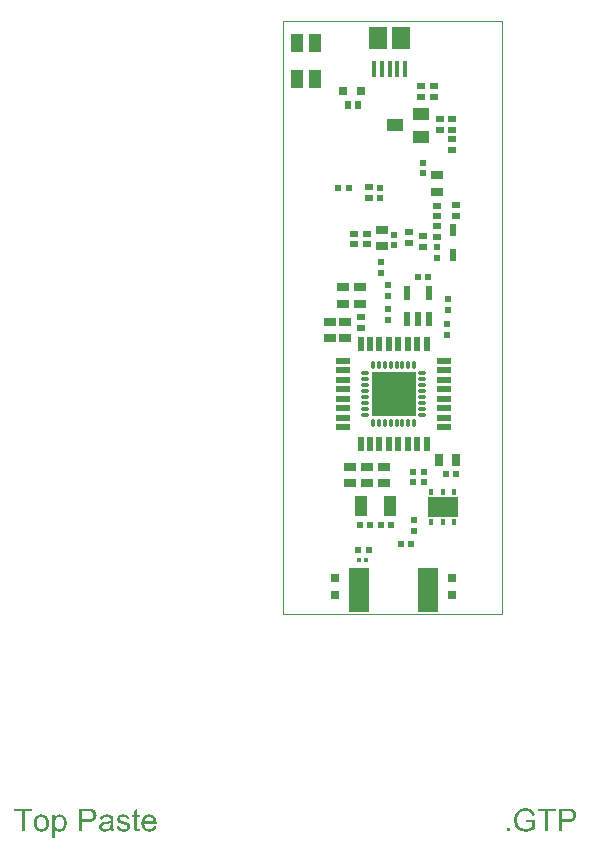
<source format=gtp>
G04*
G04 #@! TF.GenerationSoftware,Altium Limited,Altium Designer,18.1.9 (240)*
G04*
G04 Layer_Color=8421504*
%FSLAX43Y43*%
%MOMM*%
G71*
G01*
G75*
%ADD10R,1.000X0.640*%
%ADD11R,0.640X1.000*%
%ADD12C,0.100*%
%ADD13R,1.700X3.700*%
%ADD14R,0.600X1.300*%
%ADD15R,0.700X0.510*%
%ADD16R,1.400X1.000*%
%ADD17R,1.100X1.500*%
%ADD18R,0.800X0.800*%
%ADD19R,0.800X0.800*%
%ADD20O,0.300X0.750*%
%ADD21O,0.750X0.300*%
%ADD22R,3.700X3.700*%
%ADD23R,0.500X1.200*%
%ADD24R,1.200X0.500*%
%ADD25R,2.500X1.700*%
%ADD26R,0.450X0.500*%
%ADD27R,0.425X0.330*%
%ADD28R,0.540X1.060*%
%ADD29R,1.000X1.800*%
%ADD30R,1.500X1.900*%
%ADD31R,0.400X1.350*%
%ADD32R,0.560X0.510*%
%ADD33R,0.510X0.700*%
%ADD34R,0.510X0.560*%
G36*
X-18876Y-16932D02*
X-18857Y-16935D01*
X-18815Y-16940D01*
X-18765Y-16952D01*
X-18712Y-16968D01*
X-18660Y-16993D01*
X-18607Y-17024D01*
X-18604D01*
X-18601Y-17029D01*
X-18585Y-17040D01*
X-18560Y-17063D01*
X-18529Y-17090D01*
X-18496Y-17126D01*
X-18463Y-17171D01*
X-18429Y-17224D01*
X-18401Y-17282D01*
Y-17285D01*
X-18399Y-17290D01*
X-18396Y-17299D01*
X-18390Y-17310D01*
X-18385Y-17326D01*
X-18379Y-17346D01*
X-18365Y-17390D01*
X-18351Y-17446D01*
X-18340Y-17507D01*
X-18332Y-17576D01*
X-18329Y-17648D01*
Y-17651D01*
Y-17657D01*
Y-17668D01*
Y-17684D01*
X-18332Y-17704D01*
Y-17726D01*
X-18338Y-17776D01*
X-18349Y-17837D01*
X-18363Y-17901D01*
X-18382Y-17968D01*
X-18407Y-18034D01*
Y-18037D01*
X-18410Y-18043D01*
X-18415Y-18051D01*
X-18421Y-18062D01*
X-18440Y-18093D01*
X-18465Y-18131D01*
X-18496Y-18173D01*
X-18535Y-18215D01*
X-18579Y-18256D01*
X-18632Y-18295D01*
X-18635D01*
X-18637Y-18298D01*
X-18646Y-18304D01*
X-18657Y-18309D01*
X-18685Y-18323D01*
X-18723Y-18340D01*
X-18771Y-18356D01*
X-18821Y-18370D01*
X-18879Y-18381D01*
X-18937Y-18384D01*
X-18957D01*
X-18979Y-18381D01*
X-19007Y-18379D01*
X-19040Y-18373D01*
X-19076Y-18365D01*
X-19112Y-18354D01*
X-19148Y-18337D01*
X-19151Y-18334D01*
X-19165Y-18329D01*
X-19182Y-18317D01*
X-19204Y-18301D01*
X-19226Y-18284D01*
X-19254Y-18262D01*
X-19279Y-18237D01*
X-19301Y-18209D01*
Y-18887D01*
X-19537D01*
Y-16960D01*
X-19323D01*
Y-17143D01*
X-19320Y-17138D01*
X-19309Y-17126D01*
X-19295Y-17107D01*
X-19273Y-17085D01*
X-19248Y-17057D01*
X-19220Y-17032D01*
X-19187Y-17007D01*
X-19154Y-16985D01*
X-19148Y-16982D01*
X-19137Y-16977D01*
X-19115Y-16968D01*
X-19087Y-16957D01*
X-19054Y-16946D01*
X-19015Y-16938D01*
X-18971Y-16932D01*
X-18921Y-16929D01*
X-18890D01*
X-18876Y-16932D01*
D02*
G37*
G36*
X-13499D02*
X-13457Y-16935D01*
X-13413Y-16940D01*
X-13365Y-16952D01*
X-13315Y-16963D01*
X-13268Y-16979D01*
X-13265D01*
X-13263Y-16982D01*
X-13249Y-16988D01*
X-13227Y-16999D01*
X-13199Y-17013D01*
X-13168Y-17032D01*
X-13138Y-17054D01*
X-13110Y-17079D01*
X-13085Y-17107D01*
X-13082Y-17110D01*
X-13077Y-17121D01*
X-13066Y-17140D01*
X-13052Y-17163D01*
X-13038Y-17196D01*
X-13024Y-17232D01*
X-13013Y-17274D01*
X-13002Y-17321D01*
X-13232Y-17351D01*
Y-17346D01*
X-13235Y-17335D01*
X-13240Y-17315D01*
X-13249Y-17290D01*
X-13263Y-17265D01*
X-13279Y-17238D01*
X-13299Y-17210D01*
X-13327Y-17185D01*
X-13329Y-17182D01*
X-13340Y-17176D01*
X-13357Y-17165D01*
X-13382Y-17154D01*
X-13410Y-17143D01*
X-13446Y-17132D01*
X-13490Y-17126D01*
X-13538Y-17124D01*
X-13565D01*
X-13593Y-17126D01*
X-13629Y-17129D01*
X-13665Y-17138D01*
X-13704Y-17146D01*
X-13740Y-17160D01*
X-13771Y-17179D01*
X-13774Y-17182D01*
X-13782Y-17188D01*
X-13793Y-17199D01*
X-13804Y-17215D01*
X-13818Y-17232D01*
X-13829Y-17254D01*
X-13837Y-17279D01*
X-13840Y-17304D01*
Y-17307D01*
Y-17312D01*
X-13837Y-17321D01*
Y-17332D01*
X-13829Y-17360D01*
X-13812Y-17387D01*
X-13810Y-17390D01*
X-13807Y-17393D01*
X-13801Y-17401D01*
X-13790Y-17410D01*
X-13779Y-17418D01*
X-13762Y-17429D01*
X-13743Y-17437D01*
X-13721Y-17449D01*
X-13718D01*
X-13712Y-17451D01*
X-13701Y-17454D01*
X-13682Y-17462D01*
X-13654Y-17471D01*
X-13618Y-17479D01*
X-13596Y-17487D01*
X-13571Y-17493D01*
X-13543Y-17501D01*
X-13513Y-17510D01*
X-13510D01*
X-13501Y-17512D01*
X-13488Y-17515D01*
X-13471Y-17521D01*
X-13451Y-17526D01*
X-13426Y-17532D01*
X-13374Y-17548D01*
X-13315Y-17565D01*
X-13257Y-17585D01*
X-13204Y-17604D01*
X-13182Y-17612D01*
X-13163Y-17621D01*
X-13157Y-17623D01*
X-13146Y-17629D01*
X-13129Y-17637D01*
X-13104Y-17651D01*
X-13079Y-17668D01*
X-13054Y-17690D01*
X-13029Y-17715D01*
X-13007Y-17743D01*
X-13004Y-17746D01*
X-12999Y-17757D01*
X-12988Y-17773D01*
X-12977Y-17798D01*
X-12968Y-17829D01*
X-12957Y-17862D01*
X-12952Y-17901D01*
X-12949Y-17945D01*
Y-17951D01*
Y-17965D01*
X-12952Y-17987D01*
X-12957Y-18018D01*
X-12966Y-18051D01*
X-12979Y-18087D01*
X-12996Y-18129D01*
X-13018Y-18168D01*
X-13021Y-18173D01*
X-13032Y-18184D01*
X-13046Y-18204D01*
X-13068Y-18226D01*
X-13099Y-18251D01*
X-13132Y-18279D01*
X-13171Y-18304D01*
X-13218Y-18329D01*
X-13221D01*
X-13224Y-18331D01*
X-13240Y-18337D01*
X-13268Y-18345D01*
X-13304Y-18356D01*
X-13349Y-18367D01*
X-13399Y-18376D01*
X-13451Y-18381D01*
X-13513Y-18384D01*
X-13538D01*
X-13557Y-18381D01*
X-13579D01*
X-13607Y-18379D01*
X-13635Y-18376D01*
X-13665Y-18370D01*
X-13732Y-18356D01*
X-13801Y-18337D01*
X-13868Y-18309D01*
X-13898Y-18292D01*
X-13926Y-18273D01*
X-13929Y-18270D01*
X-13932Y-18268D01*
X-13948Y-18251D01*
X-13973Y-18226D01*
X-14001Y-18187D01*
X-14032Y-18140D01*
X-14062Y-18084D01*
X-14087Y-18015D01*
X-14107Y-17937D01*
X-13873Y-17901D01*
Y-17904D01*
Y-17907D01*
X-13868Y-17923D01*
X-13862Y-17951D01*
X-13851Y-17982D01*
X-13837Y-18015D01*
X-13821Y-18051D01*
X-13796Y-18087D01*
X-13765Y-18118D01*
X-13760Y-18120D01*
X-13749Y-18129D01*
X-13726Y-18140D01*
X-13699Y-18154D01*
X-13662Y-18168D01*
X-13621Y-18179D01*
X-13571Y-18187D01*
X-13513Y-18190D01*
X-13485D01*
X-13457Y-18187D01*
X-13421Y-18181D01*
X-13382Y-18173D01*
X-13340Y-18162D01*
X-13304Y-18148D01*
X-13271Y-18126D01*
X-13268Y-18123D01*
X-13257Y-18115D01*
X-13246Y-18101D01*
X-13229Y-18081D01*
X-13215Y-18059D01*
X-13202Y-18032D01*
X-13193Y-18004D01*
X-13190Y-17970D01*
Y-17968D01*
Y-17957D01*
X-13193Y-17943D01*
X-13199Y-17923D01*
X-13207Y-17904D01*
X-13221Y-17884D01*
X-13238Y-17862D01*
X-13263Y-17846D01*
X-13265Y-17843D01*
X-13274Y-17840D01*
X-13288Y-17832D01*
X-13310Y-17823D01*
X-13343Y-17812D01*
X-13363Y-17804D01*
X-13385Y-17798D01*
X-13410Y-17790D01*
X-13438Y-17782D01*
X-13468Y-17773D01*
X-13504Y-17765D01*
X-13507D01*
X-13515Y-17762D01*
X-13529Y-17759D01*
X-13546Y-17754D01*
X-13568Y-17748D01*
X-13593Y-17740D01*
X-13646Y-17726D01*
X-13707Y-17707D01*
X-13765Y-17690D01*
X-13821Y-17671D01*
X-13846Y-17660D01*
X-13865Y-17651D01*
X-13871Y-17648D01*
X-13882Y-17643D01*
X-13898Y-17632D01*
X-13921Y-17618D01*
X-13946Y-17598D01*
X-13971Y-17576D01*
X-13996Y-17551D01*
X-14018Y-17521D01*
X-14021Y-17518D01*
X-14026Y-17507D01*
X-14034Y-17487D01*
X-14043Y-17465D01*
X-14051Y-17437D01*
X-14059Y-17404D01*
X-14065Y-17371D01*
X-14068Y-17332D01*
Y-17326D01*
Y-17315D01*
X-14065Y-17299D01*
X-14062Y-17274D01*
X-14057Y-17249D01*
X-14051Y-17218D01*
X-14040Y-17190D01*
X-14026Y-17160D01*
X-14023Y-17157D01*
X-14018Y-17146D01*
X-14009Y-17132D01*
X-13996Y-17113D01*
X-13979Y-17093D01*
X-13960Y-17068D01*
X-13937Y-17046D01*
X-13910Y-17027D01*
X-13907Y-17024D01*
X-13898Y-17021D01*
X-13887Y-17013D01*
X-13871Y-17004D01*
X-13848Y-16993D01*
X-13823Y-16982D01*
X-13793Y-16971D01*
X-13760Y-16960D01*
X-13754Y-16957D01*
X-13743Y-16954D01*
X-13724Y-16949D01*
X-13699Y-16943D01*
X-13668Y-16938D01*
X-13635Y-16935D01*
X-13596Y-16929D01*
X-13529D01*
X-13499Y-16932D01*
D02*
G37*
G36*
X-14856D02*
X-14815Y-16935D01*
X-14767Y-16940D01*
X-14720Y-16949D01*
X-14673Y-16960D01*
X-14629Y-16974D01*
X-14623Y-16977D01*
X-14609Y-16982D01*
X-14590Y-16990D01*
X-14565Y-17002D01*
X-14537Y-17018D01*
X-14509Y-17035D01*
X-14484Y-17057D01*
X-14462Y-17079D01*
X-14459Y-17082D01*
X-14454Y-17090D01*
X-14445Y-17104D01*
X-14434Y-17121D01*
X-14420Y-17146D01*
X-14409Y-17171D01*
X-14398Y-17201D01*
X-14390Y-17238D01*
Y-17240D01*
X-14387Y-17249D01*
X-14384Y-17265D01*
X-14381Y-17288D01*
Y-17318D01*
X-14379Y-17354D01*
X-14376Y-17401D01*
Y-17454D01*
Y-17771D01*
Y-17773D01*
Y-17784D01*
Y-17801D01*
Y-17823D01*
Y-17848D01*
Y-17879D01*
X-14373Y-17945D01*
Y-18015D01*
X-14370Y-18084D01*
X-14368Y-18115D01*
Y-18143D01*
X-14365Y-18168D01*
X-14362Y-18187D01*
Y-18190D01*
X-14359Y-18201D01*
X-14356Y-18218D01*
X-14348Y-18240D01*
X-14343Y-18265D01*
X-14332Y-18292D01*
X-14318Y-18323D01*
X-14304Y-18354D01*
X-14551D01*
X-14554Y-18351D01*
X-14556Y-18340D01*
X-14562Y-18326D01*
X-14570Y-18304D01*
X-14579Y-18279D01*
X-14584Y-18248D01*
X-14590Y-18215D01*
X-14595Y-18179D01*
X-14598D01*
X-14601Y-18184D01*
X-14617Y-18198D01*
X-14642Y-18218D01*
X-14676Y-18243D01*
X-14717Y-18268D01*
X-14759Y-18295D01*
X-14803Y-18320D01*
X-14851Y-18340D01*
X-14856Y-18342D01*
X-14873Y-18345D01*
X-14898Y-18354D01*
X-14928Y-18362D01*
X-14967Y-18370D01*
X-15012Y-18376D01*
X-15062Y-18381D01*
X-15112Y-18384D01*
X-15134D01*
X-15151Y-18381D01*
X-15170D01*
X-15192Y-18379D01*
X-15242Y-18370D01*
X-15298Y-18356D01*
X-15359Y-18337D01*
X-15414Y-18309D01*
X-15464Y-18273D01*
X-15470Y-18268D01*
X-15484Y-18254D01*
X-15503Y-18229D01*
X-15525Y-18195D01*
X-15547Y-18154D01*
X-15567Y-18106D01*
X-15581Y-18048D01*
X-15584Y-18020D01*
X-15586Y-17987D01*
Y-17982D01*
Y-17970D01*
X-15584Y-17951D01*
X-15581Y-17926D01*
X-15575Y-17895D01*
X-15567Y-17865D01*
X-15556Y-17832D01*
X-15542Y-17801D01*
X-15539Y-17798D01*
X-15534Y-17787D01*
X-15523Y-17771D01*
X-15509Y-17751D01*
X-15492Y-17729D01*
X-15470Y-17707D01*
X-15448Y-17684D01*
X-15420Y-17665D01*
X-15417Y-17662D01*
X-15406Y-17657D01*
X-15392Y-17646D01*
X-15370Y-17635D01*
X-15345Y-17623D01*
X-15314Y-17610D01*
X-15284Y-17598D01*
X-15248Y-17587D01*
X-15245D01*
X-15234Y-17585D01*
X-15217Y-17579D01*
X-15195Y-17576D01*
X-15167Y-17571D01*
X-15131Y-17565D01*
X-15089Y-17557D01*
X-15039Y-17551D01*
X-15037D01*
X-15026Y-17548D01*
X-15012D01*
X-14992Y-17546D01*
X-14970Y-17543D01*
X-14942Y-17537D01*
X-14912Y-17535D01*
X-14878Y-17529D01*
X-14812Y-17515D01*
X-14740Y-17501D01*
X-14676Y-17485D01*
X-14645Y-17476D01*
X-14617Y-17468D01*
Y-17465D01*
Y-17460D01*
X-14615Y-17443D01*
Y-17424D01*
Y-17412D01*
Y-17407D01*
Y-17404D01*
Y-17401D01*
Y-17385D01*
X-14617Y-17357D01*
X-14623Y-17326D01*
X-14631Y-17293D01*
X-14645Y-17260D01*
X-14662Y-17229D01*
X-14684Y-17204D01*
X-14687Y-17201D01*
X-14701Y-17190D01*
X-14723Y-17179D01*
X-14751Y-17163D01*
X-14790Y-17149D01*
X-14834Y-17135D01*
X-14890Y-17126D01*
X-14953Y-17124D01*
X-14981D01*
X-15009Y-17126D01*
X-15048Y-17132D01*
X-15087Y-17138D01*
X-15128Y-17149D01*
X-15167Y-17163D01*
X-15200Y-17182D01*
X-15203Y-17185D01*
X-15214Y-17193D01*
X-15228Y-17207D01*
X-15245Y-17229D01*
X-15262Y-17257D01*
X-15281Y-17293D01*
X-15298Y-17337D01*
X-15314Y-17387D01*
X-15545Y-17357D01*
Y-17354D01*
X-15542Y-17351D01*
Y-17343D01*
X-15539Y-17332D01*
X-15531Y-17307D01*
X-15520Y-17271D01*
X-15506Y-17235D01*
X-15489Y-17196D01*
X-15467Y-17157D01*
X-15442Y-17121D01*
X-15439Y-17118D01*
X-15428Y-17107D01*
X-15411Y-17090D01*
X-15389Y-17068D01*
X-15359Y-17046D01*
X-15323Y-17024D01*
X-15281Y-16999D01*
X-15234Y-16979D01*
X-15231D01*
X-15228Y-16977D01*
X-15220Y-16974D01*
X-15209Y-16971D01*
X-15181Y-16963D01*
X-15142Y-16954D01*
X-15098Y-16946D01*
X-15042Y-16938D01*
X-14984Y-16932D01*
X-14917Y-16929D01*
X-14887D01*
X-14856Y-16932D01*
D02*
G37*
G36*
X-16436Y-16435D02*
X-16389Y-16438D01*
X-16339Y-16441D01*
X-16292Y-16446D01*
X-16250Y-16452D01*
X-16244D01*
X-16225Y-16457D01*
X-16200Y-16463D01*
X-16167Y-16471D01*
X-16131Y-16485D01*
X-16092Y-16502D01*
X-16050Y-16521D01*
X-16014Y-16543D01*
X-16008Y-16546D01*
X-15997Y-16555D01*
X-15981Y-16571D01*
X-15958Y-16591D01*
X-15933Y-16616D01*
X-15908Y-16649D01*
X-15881Y-16685D01*
X-15858Y-16727D01*
X-15856Y-16732D01*
X-15850Y-16746D01*
X-15839Y-16771D01*
X-15828Y-16804D01*
X-15820Y-16843D01*
X-15808Y-16888D01*
X-15803Y-16938D01*
X-15800Y-16990D01*
Y-16993D01*
Y-17002D01*
Y-17013D01*
X-15803Y-17032D01*
X-15806Y-17052D01*
X-15808Y-17077D01*
X-15814Y-17104D01*
X-15820Y-17135D01*
X-15839Y-17199D01*
X-15850Y-17232D01*
X-15867Y-17268D01*
X-15886Y-17304D01*
X-15906Y-17337D01*
X-15931Y-17371D01*
X-15958Y-17404D01*
X-15961Y-17407D01*
X-15967Y-17412D01*
X-15975Y-17421D01*
X-15989Y-17429D01*
X-16006Y-17443D01*
X-16028Y-17457D01*
X-16056Y-17474D01*
X-16086Y-17487D01*
X-16122Y-17504D01*
X-16164Y-17521D01*
X-16208Y-17535D01*
X-16261Y-17546D01*
X-16317Y-17557D01*
X-16378Y-17565D01*
X-16447Y-17571D01*
X-16519Y-17573D01*
X-17011D01*
Y-18354D01*
X-17266D01*
Y-16432D01*
X-16478D01*
X-16436Y-16435D01*
D02*
G37*
G36*
X-21264Y-16660D02*
X-21897D01*
Y-18354D01*
X-22152D01*
Y-16660D01*
X-22785D01*
Y-16432D01*
X-21264D01*
Y-16660D01*
D02*
G37*
G36*
X-12394Y-16960D02*
X-12155D01*
Y-17143D01*
X-12394D01*
Y-17962D01*
Y-17968D01*
Y-17979D01*
Y-17995D01*
X-12391Y-18015D01*
X-12388Y-18059D01*
X-12385Y-18079D01*
X-12383Y-18093D01*
X-12380Y-18098D01*
X-12372Y-18109D01*
X-12360Y-18123D01*
X-12341Y-18137D01*
X-12335Y-18140D01*
X-12322Y-18145D01*
X-12297Y-18151D01*
X-12260Y-18154D01*
X-12233D01*
X-12219Y-18151D01*
X-12199D01*
X-12177Y-18148D01*
X-12155Y-18145D01*
X-12124Y-18354D01*
X-12130D01*
X-12141Y-18356D01*
X-12161Y-18359D01*
X-12186Y-18362D01*
X-12213Y-18367D01*
X-12244Y-18370D01*
X-12305Y-18373D01*
X-12327D01*
X-12349Y-18370D01*
X-12377Y-18367D01*
X-12410Y-18365D01*
X-12444Y-18356D01*
X-12474Y-18348D01*
X-12505Y-18334D01*
X-12508Y-18331D01*
X-12516Y-18326D01*
X-12527Y-18317D01*
X-12544Y-18304D01*
X-12558Y-18290D01*
X-12574Y-18270D01*
X-12591Y-18251D01*
X-12602Y-18226D01*
Y-18223D01*
X-12607Y-18212D01*
X-12610Y-18193D01*
X-12616Y-18165D01*
X-12621Y-18129D01*
X-12624Y-18106D01*
Y-18081D01*
X-12627Y-18051D01*
X-12630Y-18020D01*
Y-17987D01*
Y-17948D01*
Y-17143D01*
X-12805D01*
Y-16960D01*
X-12630D01*
Y-16616D01*
X-12394Y-16474D01*
Y-16960D01*
D02*
G37*
G36*
X-11305Y-16932D02*
X-11283Y-16935D01*
X-11255Y-16940D01*
X-11225Y-16946D01*
X-11189Y-16954D01*
X-11156Y-16963D01*
X-11117Y-16977D01*
X-11081Y-16990D01*
X-11042Y-17010D01*
X-11003Y-17032D01*
X-10964Y-17057D01*
X-10928Y-17088D01*
X-10895Y-17121D01*
X-10892Y-17124D01*
X-10886Y-17129D01*
X-10878Y-17140D01*
X-10867Y-17157D01*
X-10853Y-17176D01*
X-10839Y-17199D01*
X-10822Y-17226D01*
X-10806Y-17260D01*
X-10789Y-17296D01*
X-10772Y-17335D01*
X-10759Y-17379D01*
X-10745Y-17426D01*
X-10734Y-17479D01*
X-10725Y-17535D01*
X-10720Y-17593D01*
X-10717Y-17657D01*
Y-17660D01*
Y-17671D01*
Y-17690D01*
X-10720Y-17718D01*
X-11761D01*
Y-17721D01*
Y-17729D01*
X-11758Y-17740D01*
Y-17757D01*
X-11755Y-17776D01*
X-11750Y-17798D01*
X-11741Y-17848D01*
X-11725Y-17904D01*
X-11702Y-17965D01*
X-11672Y-18020D01*
X-11633Y-18070D01*
X-11630D01*
X-11627Y-18076D01*
X-11611Y-18090D01*
X-11586Y-18109D01*
X-11553Y-18129D01*
X-11508Y-18151D01*
X-11458Y-18170D01*
X-11403Y-18184D01*
X-11372Y-18187D01*
X-11339Y-18190D01*
X-11317D01*
X-11292Y-18187D01*
X-11261Y-18181D01*
X-11228Y-18173D01*
X-11189Y-18162D01*
X-11153Y-18145D01*
X-11117Y-18123D01*
X-11114Y-18120D01*
X-11100Y-18109D01*
X-11083Y-18093D01*
X-11064Y-18070D01*
X-11042Y-18040D01*
X-11017Y-18001D01*
X-10992Y-17957D01*
X-10970Y-17904D01*
X-10725Y-17934D01*
Y-17937D01*
X-10728Y-17943D01*
X-10731Y-17954D01*
X-10736Y-17970D01*
X-10745Y-17987D01*
X-10753Y-18009D01*
X-10775Y-18057D01*
X-10803Y-18109D01*
X-10842Y-18165D01*
X-10886Y-18218D01*
X-10942Y-18268D01*
X-10945D01*
X-10950Y-18273D01*
X-10958Y-18279D01*
X-10970Y-18287D01*
X-10986Y-18295D01*
X-11003Y-18304D01*
X-11025Y-18315D01*
X-11050Y-18326D01*
X-11078Y-18337D01*
X-11106Y-18348D01*
X-11175Y-18365D01*
X-11253Y-18379D01*
X-11339Y-18384D01*
X-11369D01*
X-11389Y-18381D01*
X-11414Y-18379D01*
X-11444Y-18373D01*
X-11478Y-18367D01*
X-11514Y-18362D01*
X-11591Y-18340D01*
X-11633Y-18323D01*
X-11672Y-18306D01*
X-11714Y-18284D01*
X-11752Y-18259D01*
X-11788Y-18231D01*
X-11825Y-18198D01*
X-11827Y-18195D01*
X-11833Y-18190D01*
X-11841Y-18179D01*
X-11852Y-18162D01*
X-11866Y-18143D01*
X-11880Y-18120D01*
X-11897Y-18093D01*
X-11913Y-18062D01*
X-11930Y-18026D01*
X-11947Y-17987D01*
X-11961Y-17943D01*
X-11974Y-17895D01*
X-11986Y-17846D01*
X-11994Y-17790D01*
X-11999Y-17732D01*
X-12002Y-17671D01*
Y-17668D01*
Y-17654D01*
Y-17637D01*
X-11999Y-17612D01*
X-11997Y-17582D01*
X-11994Y-17548D01*
X-11988Y-17510D01*
X-11980Y-17471D01*
X-11958Y-17382D01*
X-11944Y-17337D01*
X-11927Y-17290D01*
X-11905Y-17246D01*
X-11880Y-17204D01*
X-11852Y-17163D01*
X-11822Y-17124D01*
X-11819Y-17121D01*
X-11813Y-17115D01*
X-11802Y-17107D01*
X-11788Y-17093D01*
X-11772Y-17079D01*
X-11750Y-17063D01*
X-11725Y-17043D01*
X-11694Y-17027D01*
X-11664Y-17007D01*
X-11627Y-16990D01*
X-11589Y-16974D01*
X-11547Y-16960D01*
X-11503Y-16946D01*
X-11455Y-16938D01*
X-11405Y-16932D01*
X-11353Y-16929D01*
X-11325D01*
X-11305Y-16932D01*
D02*
G37*
G36*
X-20420D02*
X-20395Y-16935D01*
X-20367Y-16940D01*
X-20336Y-16946D01*
X-20300Y-16952D01*
X-20225Y-16977D01*
X-20187Y-16990D01*
X-20148Y-17010D01*
X-20109Y-17029D01*
X-20070Y-17057D01*
X-20034Y-17085D01*
X-19998Y-17118D01*
X-19995Y-17121D01*
X-19989Y-17126D01*
X-19981Y-17138D01*
X-19970Y-17151D01*
X-19956Y-17171D01*
X-19939Y-17196D01*
X-19923Y-17224D01*
X-19906Y-17254D01*
X-19890Y-17288D01*
X-19873Y-17329D01*
X-19856Y-17371D01*
X-19842Y-17418D01*
X-19831Y-17468D01*
X-19823Y-17521D01*
X-19817Y-17576D01*
X-19815Y-17637D01*
Y-17640D01*
Y-17648D01*
Y-17662D01*
Y-17682D01*
X-19817Y-17704D01*
X-19820Y-17732D01*
Y-17759D01*
X-19826Y-17790D01*
X-19834Y-17859D01*
X-19851Y-17929D01*
X-19870Y-17998D01*
X-19898Y-18062D01*
Y-18065D01*
X-19901Y-18068D01*
X-19906Y-18076D01*
X-19912Y-18087D01*
X-19931Y-18115D01*
X-19956Y-18148D01*
X-19989Y-18187D01*
X-20031Y-18226D01*
X-20078Y-18265D01*
X-20134Y-18301D01*
X-20137D01*
X-20139Y-18304D01*
X-20148Y-18309D01*
X-20162Y-18315D01*
X-20175Y-18320D01*
X-20192Y-18326D01*
X-20234Y-18342D01*
X-20281Y-18356D01*
X-20339Y-18370D01*
X-20400Y-18381D01*
X-20467Y-18384D01*
X-20495D01*
X-20517Y-18381D01*
X-20542Y-18379D01*
X-20570Y-18373D01*
X-20603Y-18367D01*
X-20636Y-18362D01*
X-20711Y-18340D01*
X-20753Y-18323D01*
X-20792Y-18306D01*
X-20831Y-18284D01*
X-20870Y-18259D01*
X-20906Y-18231D01*
X-20942Y-18198D01*
X-20944Y-18195D01*
X-20950Y-18190D01*
X-20958Y-18179D01*
X-20969Y-18162D01*
X-20983Y-18143D01*
X-20997Y-18120D01*
X-21014Y-18093D01*
X-21031Y-18059D01*
X-21047Y-18023D01*
X-21064Y-17982D01*
X-21078Y-17937D01*
X-21092Y-17890D01*
X-21103Y-17837D01*
X-21111Y-17782D01*
X-21117Y-17721D01*
X-21119Y-17657D01*
Y-17651D01*
Y-17640D01*
X-21117Y-17621D01*
Y-17593D01*
X-21114Y-17562D01*
X-21108Y-17523D01*
X-21103Y-17485D01*
X-21092Y-17440D01*
X-21081Y-17396D01*
X-21067Y-17349D01*
X-21050Y-17299D01*
X-21028Y-17251D01*
X-21006Y-17207D01*
X-20975Y-17163D01*
X-20944Y-17121D01*
X-20906Y-17085D01*
X-20903Y-17082D01*
X-20897Y-17079D01*
X-20886Y-17071D01*
X-20872Y-17060D01*
X-20856Y-17049D01*
X-20833Y-17035D01*
X-20811Y-17021D01*
X-20783Y-17007D01*
X-20753Y-16993D01*
X-20720Y-16979D01*
X-20645Y-16954D01*
X-20559Y-16935D01*
X-20514Y-16932D01*
X-20467Y-16929D01*
X-20439D01*
X-20420Y-16932D01*
D02*
G37*
G36*
X20567Y-16402D02*
X20589D01*
X20642Y-16407D01*
X20700Y-16416D01*
X20761Y-16430D01*
X20828Y-16446D01*
X20892Y-16469D01*
X20895D01*
X20900Y-16471D01*
X20909Y-16474D01*
X20920Y-16480D01*
X20950Y-16496D01*
X20989Y-16516D01*
X21031Y-16543D01*
X21075Y-16577D01*
X21117Y-16613D01*
X21156Y-16657D01*
X21161Y-16663D01*
X21172Y-16680D01*
X21189Y-16705D01*
X21211Y-16741D01*
X21233Y-16785D01*
X21258Y-16841D01*
X21283Y-16902D01*
X21303Y-16971D01*
X21072Y-17032D01*
Y-17029D01*
X21070Y-17027D01*
X21067Y-17018D01*
X21064Y-17007D01*
X21056Y-16982D01*
X21045Y-16949D01*
X21028Y-16910D01*
X21008Y-16874D01*
X20989Y-16835D01*
X20964Y-16802D01*
X20961Y-16799D01*
X20953Y-16788D01*
X20936Y-16774D01*
X20917Y-16754D01*
X20892Y-16732D01*
X20859Y-16710D01*
X20822Y-16688D01*
X20781Y-16668D01*
X20775Y-16666D01*
X20761Y-16660D01*
X20736Y-16652D01*
X20703Y-16641D01*
X20664Y-16632D01*
X20620Y-16624D01*
X20570Y-16618D01*
X20517Y-16616D01*
X20487D01*
X20473Y-16618D01*
X20456D01*
X20414Y-16621D01*
X20367Y-16630D01*
X20314Y-16638D01*
X20264Y-16652D01*
X20215Y-16671D01*
X20209Y-16674D01*
X20192Y-16680D01*
X20170Y-16693D01*
X20142Y-16707D01*
X20109Y-16729D01*
X20073Y-16752D01*
X20040Y-16779D01*
X20009Y-16810D01*
X20006Y-16813D01*
X19995Y-16824D01*
X19981Y-16843D01*
X19965Y-16866D01*
X19945Y-16893D01*
X19926Y-16927D01*
X19906Y-16963D01*
X19887Y-17002D01*
Y-17004D01*
X19884Y-17010D01*
X19881Y-17018D01*
X19876Y-17032D01*
X19870Y-17049D01*
X19865Y-17068D01*
X19856Y-17090D01*
X19851Y-17115D01*
X19837Y-17174D01*
X19826Y-17240D01*
X19817Y-17310D01*
X19815Y-17387D01*
Y-17390D01*
Y-17399D01*
Y-17412D01*
X19817Y-17429D01*
Y-17451D01*
X19820Y-17479D01*
X19823Y-17507D01*
X19826Y-17537D01*
X19837Y-17607D01*
X19851Y-17679D01*
X19873Y-17751D01*
X19901Y-17821D01*
Y-17823D01*
X19906Y-17829D01*
X19909Y-17837D01*
X19917Y-17848D01*
X19937Y-17879D01*
X19967Y-17918D01*
X20004Y-17959D01*
X20048Y-18001D01*
X20101Y-18040D01*
X20159Y-18076D01*
X20162D01*
X20167Y-18079D01*
X20176Y-18084D01*
X20190Y-18090D01*
X20203Y-18095D01*
X20223Y-18101D01*
X20267Y-18118D01*
X20323Y-18131D01*
X20384Y-18145D01*
X20450Y-18156D01*
X20520Y-18159D01*
X20548D01*
X20564Y-18156D01*
X20581D01*
X20623Y-18151D01*
X20673Y-18145D01*
X20725Y-18134D01*
X20784Y-18118D01*
X20842Y-18098D01*
X20845D01*
X20850Y-18095D01*
X20856Y-18093D01*
X20867Y-18087D01*
X20897Y-18073D01*
X20931Y-18057D01*
X20970Y-18037D01*
X21011Y-18015D01*
X21050Y-17990D01*
X21083Y-17962D01*
Y-17601D01*
X20517D01*
Y-17374D01*
X21333D01*
Y-18087D01*
X21331Y-18090D01*
X21325Y-18093D01*
X21314Y-18101D01*
X21300Y-18112D01*
X21283Y-18123D01*
X21264Y-18137D01*
X21239Y-18154D01*
X21214Y-18170D01*
X21156Y-18206D01*
X21089Y-18245D01*
X21020Y-18281D01*
X20945Y-18312D01*
X20942D01*
X20936Y-18315D01*
X20925Y-18317D01*
X20911Y-18323D01*
X20892Y-18329D01*
X20870Y-18337D01*
X20845Y-18342D01*
X20820Y-18348D01*
X20759Y-18362D01*
X20689Y-18376D01*
X20614Y-18384D01*
X20537Y-18387D01*
X20509D01*
X20489Y-18384D01*
X20464D01*
X20434Y-18381D01*
X20401Y-18376D01*
X20364Y-18373D01*
X20284Y-18356D01*
X20198Y-18337D01*
X20109Y-18306D01*
X20065Y-18290D01*
X20020Y-18268D01*
X20017Y-18265D01*
X20009Y-18262D01*
X19998Y-18254D01*
X19981Y-18245D01*
X19962Y-18231D01*
X19942Y-18218D01*
X19890Y-18179D01*
X19834Y-18129D01*
X19776Y-18068D01*
X19720Y-17998D01*
X19670Y-17918D01*
Y-17915D01*
X19665Y-17907D01*
X19659Y-17895D01*
X19651Y-17876D01*
X19643Y-17857D01*
X19634Y-17829D01*
X19623Y-17801D01*
X19612Y-17768D01*
X19601Y-17732D01*
X19590Y-17690D01*
X19582Y-17648D01*
X19573Y-17604D01*
X19559Y-17507D01*
X19554Y-17404D01*
Y-17401D01*
Y-17390D01*
Y-17376D01*
X19557Y-17357D01*
Y-17332D01*
X19559Y-17301D01*
X19565Y-17271D01*
X19568Y-17235D01*
X19576Y-17196D01*
X19582Y-17154D01*
X19604Y-17065D01*
X19631Y-16974D01*
X19670Y-16882D01*
X19673Y-16879D01*
X19676Y-16871D01*
X19681Y-16860D01*
X19693Y-16843D01*
X19704Y-16821D01*
X19718Y-16799D01*
X19756Y-16746D01*
X19804Y-16685D01*
X19862Y-16627D01*
X19929Y-16568D01*
X19967Y-16543D01*
X20006Y-16518D01*
X20009Y-16516D01*
X20017Y-16513D01*
X20028Y-16507D01*
X20045Y-16499D01*
X20067Y-16491D01*
X20092Y-16480D01*
X20120Y-16469D01*
X20153Y-16457D01*
X20190Y-16446D01*
X20228Y-16438D01*
X20270Y-16427D01*
X20314Y-16419D01*
X20412Y-16405D01*
X20462Y-16399D01*
X20550D01*
X20567Y-16402D01*
D02*
G37*
G36*
X24179Y-16435D02*
X24226Y-16438D01*
X24276Y-16441D01*
X24323Y-16446D01*
X24365Y-16452D01*
X24371D01*
X24390Y-16457D01*
X24415Y-16463D01*
X24448Y-16471D01*
X24484Y-16485D01*
X24523Y-16502D01*
X24565Y-16521D01*
X24601Y-16543D01*
X24606Y-16546D01*
X24618Y-16555D01*
X24634Y-16571D01*
X24656Y-16591D01*
X24681Y-16616D01*
X24706Y-16649D01*
X24734Y-16685D01*
X24756Y-16727D01*
X24759Y-16732D01*
X24765Y-16746D01*
X24776Y-16771D01*
X24787Y-16804D01*
X24795Y-16843D01*
X24806Y-16888D01*
X24812Y-16938D01*
X24815Y-16990D01*
Y-16993D01*
Y-17002D01*
Y-17013D01*
X24812Y-17032D01*
X24809Y-17052D01*
X24806Y-17077D01*
X24801Y-17104D01*
X24795Y-17135D01*
X24776Y-17199D01*
X24765Y-17232D01*
X24748Y-17268D01*
X24729Y-17304D01*
X24709Y-17337D01*
X24684Y-17371D01*
X24656Y-17404D01*
X24654Y-17407D01*
X24648Y-17412D01*
X24640Y-17421D01*
X24626Y-17429D01*
X24609Y-17443D01*
X24587Y-17457D01*
X24559Y-17474D01*
X24529Y-17487D01*
X24493Y-17504D01*
X24451Y-17521D01*
X24407Y-17535D01*
X24354Y-17546D01*
X24298Y-17557D01*
X24237Y-17565D01*
X24168Y-17571D01*
X24096Y-17573D01*
X23604D01*
Y-18354D01*
X23349D01*
Y-16432D01*
X24137D01*
X24179Y-16435D01*
D02*
G37*
G36*
X23085Y-16660D02*
X22452D01*
Y-18354D01*
X22197D01*
Y-16660D01*
X21564D01*
Y-16432D01*
X23085D01*
Y-16660D01*
D02*
G37*
G36*
X19179Y-18354D02*
X18910D01*
Y-18084D01*
X19179D01*
Y-18354D01*
D02*
G37*
%LPC*%
G36*
X-18943Y-17115D02*
X-18957D01*
X-18968Y-17118D01*
X-18996Y-17124D01*
X-19032Y-17132D01*
X-19073Y-17149D01*
X-19118Y-17174D01*
X-19143Y-17190D01*
X-19165Y-17210D01*
X-19187Y-17232D01*
X-19209Y-17257D01*
Y-17260D01*
X-19215Y-17263D01*
X-19220Y-17271D01*
X-19226Y-17282D01*
X-19234Y-17299D01*
X-19245Y-17315D01*
X-19257Y-17337D01*
X-19265Y-17360D01*
X-19276Y-17387D01*
X-19287Y-17418D01*
X-19295Y-17451D01*
X-19306Y-17487D01*
X-19312Y-17529D01*
X-19318Y-17571D01*
X-19323Y-17615D01*
Y-17665D01*
Y-17668D01*
Y-17676D01*
Y-17690D01*
X-19320Y-17709D01*
Y-17732D01*
X-19318Y-17757D01*
X-19309Y-17815D01*
X-19295Y-17882D01*
X-19279Y-17945D01*
X-19251Y-18009D01*
X-19234Y-18037D01*
X-19215Y-18062D01*
X-19209Y-18068D01*
X-19195Y-18081D01*
X-19173Y-18104D01*
X-19143Y-18126D01*
X-19104Y-18148D01*
X-19059Y-18170D01*
X-19009Y-18184D01*
X-18982Y-18187D01*
X-18954Y-18190D01*
X-18937D01*
X-18926Y-18187D01*
X-18898Y-18181D01*
X-18860Y-18173D01*
X-18818Y-18156D01*
X-18773Y-18134D01*
X-18729Y-18101D01*
X-18707Y-18081D01*
X-18685Y-18059D01*
Y-18057D01*
X-18679Y-18054D01*
X-18674Y-18045D01*
X-18668Y-18034D01*
X-18657Y-18020D01*
X-18649Y-18001D01*
X-18637Y-17982D01*
X-18626Y-17957D01*
X-18618Y-17932D01*
X-18607Y-17898D01*
X-18596Y-17865D01*
X-18587Y-17829D01*
X-18582Y-17787D01*
X-18576Y-17743D01*
X-18571Y-17696D01*
Y-17646D01*
Y-17643D01*
Y-17635D01*
Y-17621D01*
X-18574Y-17601D01*
Y-17579D01*
X-18576Y-17554D01*
X-18585Y-17496D01*
X-18599Y-17432D01*
X-18618Y-17368D01*
X-18646Y-17304D01*
X-18662Y-17274D01*
X-18682Y-17249D01*
Y-17246D01*
X-18687Y-17243D01*
X-18701Y-17226D01*
X-18723Y-17207D01*
X-18754Y-17182D01*
X-18793Y-17157D01*
X-18837Y-17135D01*
X-18887Y-17121D01*
X-18915Y-17118D01*
X-18943Y-17115D01*
D02*
G37*
G36*
X-14615Y-17654D02*
X-14617D01*
X-14620Y-17657D01*
X-14629Y-17660D01*
X-14640Y-17662D01*
X-14654Y-17668D01*
X-14670Y-17673D01*
X-14690Y-17679D01*
X-14712Y-17684D01*
X-14737Y-17693D01*
X-14767Y-17698D01*
X-14798Y-17707D01*
X-14834Y-17715D01*
X-14873Y-17723D01*
X-14912Y-17732D01*
X-14956Y-17737D01*
X-15003Y-17746D01*
X-15009D01*
X-15026Y-17748D01*
X-15053Y-17754D01*
X-15084Y-17759D01*
X-15117Y-17765D01*
X-15151Y-17773D01*
X-15181Y-17782D01*
X-15209Y-17793D01*
X-15212D01*
X-15220Y-17798D01*
X-15231Y-17804D01*
X-15242Y-17812D01*
X-15275Y-17834D01*
X-15303Y-17868D01*
Y-17871D01*
X-15309Y-17876D01*
X-15312Y-17887D01*
X-15317Y-17901D01*
X-15323Y-17918D01*
X-15328Y-17934D01*
X-15331Y-17957D01*
X-15334Y-17979D01*
Y-17982D01*
Y-17995D01*
X-15331Y-18012D01*
X-15325Y-18034D01*
X-15317Y-18059D01*
X-15303Y-18084D01*
X-15287Y-18112D01*
X-15264Y-18137D01*
X-15262Y-18140D01*
X-15250Y-18145D01*
X-15234Y-18156D01*
X-15212Y-18168D01*
X-15181Y-18179D01*
X-15145Y-18190D01*
X-15103Y-18195D01*
X-15053Y-18198D01*
X-15031D01*
X-15003Y-18195D01*
X-14973Y-18190D01*
X-14934Y-18184D01*
X-14895Y-18173D01*
X-14853Y-18159D01*
X-14812Y-18140D01*
X-14806Y-18137D01*
X-14795Y-18129D01*
X-14776Y-18115D01*
X-14753Y-18095D01*
X-14729Y-18073D01*
X-14701Y-18045D01*
X-14679Y-18012D01*
X-14656Y-17976D01*
X-14654Y-17973D01*
X-14651Y-17962D01*
X-14645Y-17943D01*
X-14637Y-17918D01*
X-14629Y-17884D01*
X-14623Y-17846D01*
X-14620Y-17798D01*
X-14617Y-17743D01*
X-14615Y-17654D01*
D02*
G37*
G36*
X-16461Y-16660D02*
X-17011D01*
Y-17346D01*
X-16494D01*
X-16475Y-17343D01*
X-16455D01*
X-16433Y-17340D01*
X-16380Y-17335D01*
X-16322Y-17324D01*
X-16264Y-17307D01*
X-16211Y-17285D01*
X-16186Y-17271D01*
X-16167Y-17254D01*
X-16161Y-17249D01*
X-16150Y-17238D01*
X-16133Y-17215D01*
X-16114Y-17188D01*
X-16094Y-17151D01*
X-16078Y-17107D01*
X-16067Y-17057D01*
X-16061Y-16999D01*
Y-16996D01*
Y-16993D01*
Y-16979D01*
X-16064Y-16954D01*
X-16069Y-16927D01*
X-16075Y-16896D01*
X-16086Y-16860D01*
X-16103Y-16827D01*
X-16122Y-16793D01*
X-16125Y-16791D01*
X-16133Y-16779D01*
X-16147Y-16766D01*
X-16164Y-16746D01*
X-16189Y-16727D01*
X-16217Y-16710D01*
X-16247Y-16693D01*
X-16283Y-16680D01*
X-16286D01*
X-16297Y-16677D01*
X-16314Y-16674D01*
X-16336Y-16668D01*
X-16369Y-16666D01*
X-16411Y-16663D01*
X-16461Y-16660D01*
D02*
G37*
G36*
X-11350Y-17124D02*
X-11367D01*
X-11378Y-17126D01*
X-11408Y-17129D01*
X-11444Y-17138D01*
X-11489Y-17151D01*
X-11536Y-17171D01*
X-11580Y-17199D01*
X-11625Y-17235D01*
X-11630Y-17240D01*
X-11641Y-17254D01*
X-11661Y-17279D01*
X-11680Y-17312D01*
X-11702Y-17351D01*
X-11722Y-17401D01*
X-11739Y-17460D01*
X-11747Y-17523D01*
X-10967D01*
Y-17521D01*
Y-17515D01*
X-10970Y-17507D01*
Y-17496D01*
X-10975Y-17462D01*
X-10983Y-17426D01*
X-10997Y-17382D01*
X-11011Y-17340D01*
X-11033Y-17299D01*
X-11058Y-17263D01*
Y-17260D01*
X-11064Y-17257D01*
X-11078Y-17240D01*
X-11103Y-17218D01*
X-11136Y-17193D01*
X-11178Y-17168D01*
X-11228Y-17146D01*
X-11286Y-17129D01*
X-11317Y-17126D01*
X-11350Y-17124D01*
D02*
G37*
G36*
X-20467D02*
X-20484D01*
X-20497Y-17126D01*
X-20528Y-17129D01*
X-20570Y-17140D01*
X-20617Y-17157D01*
X-20667Y-17179D01*
X-20714Y-17213D01*
X-20739Y-17235D01*
X-20761Y-17257D01*
Y-17260D01*
X-20767Y-17263D01*
X-20772Y-17271D01*
X-20781Y-17282D01*
X-20789Y-17296D01*
X-20797Y-17312D01*
X-20808Y-17335D01*
X-20820Y-17357D01*
X-20831Y-17385D01*
X-20842Y-17412D01*
X-20850Y-17446D01*
X-20858Y-17482D01*
X-20867Y-17521D01*
X-20872Y-17562D01*
X-20875Y-17610D01*
X-20878Y-17657D01*
Y-17660D01*
Y-17668D01*
Y-17682D01*
X-20875Y-17701D01*
Y-17723D01*
X-20872Y-17748D01*
X-20864Y-17807D01*
X-20850Y-17873D01*
X-20828Y-17940D01*
X-20800Y-18004D01*
X-20781Y-18032D01*
X-20761Y-18059D01*
X-20758D01*
X-20756Y-18065D01*
X-20739Y-18079D01*
X-20714Y-18101D01*
X-20681Y-18123D01*
X-20639Y-18148D01*
X-20589Y-18170D01*
X-20531Y-18184D01*
X-20500Y-18187D01*
X-20467Y-18190D01*
X-20450D01*
X-20436Y-18187D01*
X-20406Y-18181D01*
X-20364Y-18173D01*
X-20320Y-18156D01*
X-20270Y-18134D01*
X-20223Y-18101D01*
X-20198Y-18079D01*
X-20175Y-18057D01*
X-20173Y-18054D01*
X-20170Y-18051D01*
X-20164Y-18043D01*
X-20156Y-18032D01*
X-20148Y-18018D01*
X-20137Y-18001D01*
X-20125Y-17979D01*
X-20114Y-17957D01*
X-20103Y-17929D01*
X-20095Y-17898D01*
X-20084Y-17865D01*
X-20076Y-17829D01*
X-20067Y-17787D01*
X-20062Y-17746D01*
X-20056Y-17698D01*
Y-17648D01*
Y-17646D01*
Y-17637D01*
Y-17623D01*
X-20059Y-17607D01*
Y-17585D01*
X-20062Y-17560D01*
X-20070Y-17501D01*
X-20084Y-17440D01*
X-20106Y-17374D01*
X-20137Y-17312D01*
X-20153Y-17282D01*
X-20175Y-17257D01*
Y-17254D01*
X-20181Y-17251D01*
X-20198Y-17235D01*
X-20223Y-17215D01*
X-20256Y-17190D01*
X-20298Y-17165D01*
X-20348Y-17143D01*
X-20403Y-17129D01*
X-20434Y-17126D01*
X-20467Y-17124D01*
D02*
G37*
G36*
X24154Y-16660D02*
X23604D01*
Y-17346D01*
X24121D01*
X24140Y-17343D01*
X24160D01*
X24182Y-17340D01*
X24234Y-17335D01*
X24293Y-17324D01*
X24351Y-17307D01*
X24404Y-17285D01*
X24429Y-17271D01*
X24448Y-17254D01*
X24454Y-17249D01*
X24465Y-17238D01*
X24482Y-17215D01*
X24501Y-17188D01*
X24520Y-17151D01*
X24537Y-17107D01*
X24548Y-17057D01*
X24554Y-16999D01*
Y-16996D01*
Y-16993D01*
Y-16979D01*
X24551Y-16954D01*
X24545Y-16927D01*
X24540Y-16896D01*
X24529Y-16860D01*
X24512Y-16827D01*
X24493Y-16793D01*
X24490Y-16791D01*
X24482Y-16779D01*
X24468Y-16766D01*
X24451Y-16746D01*
X24426Y-16727D01*
X24398Y-16710D01*
X24368Y-16693D01*
X24332Y-16680D01*
X24329D01*
X24318Y-16677D01*
X24301Y-16674D01*
X24279Y-16668D01*
X24246Y-16666D01*
X24204Y-16663D01*
X24154Y-16660D01*
D02*
G37*
%LPD*%
D10*
X5680Y11090D02*
D03*
Y12490D02*
D03*
X5100Y27700D02*
D03*
X5100Y26300D02*
D03*
X6521Y27700D02*
D03*
X6521Y26300D02*
D03*
X8343Y31180D02*
D03*
X8343Y32580D02*
D03*
X13017Y35800D02*
D03*
X13017Y37200D02*
D03*
X8500Y12500D02*
D03*
X8500Y11100D02*
D03*
X5200Y23400D02*
D03*
Y24800D02*
D03*
X3960Y23400D02*
D03*
Y24800D02*
D03*
X7100Y12500D02*
D03*
X7100Y11100D02*
D03*
D11*
X13200Y13075D02*
D03*
X14600Y13075D02*
D03*
D12*
X0Y0D02*
X18540D01*
Y50290D01*
X0D02*
X18540D01*
X0Y0D02*
Y50290D01*
D13*
X12297Y2032D02*
D03*
X6397D02*
D03*
D14*
X10450Y25050D02*
D03*
X11400D02*
D03*
X12350D02*
D03*
Y27250D02*
D03*
X10450D02*
D03*
D15*
X7240Y36170D02*
D03*
Y35270D02*
D03*
X14300Y40250D02*
D03*
Y39350D02*
D03*
X13260Y41940D02*
D03*
Y41040D02*
D03*
X14313Y41060D02*
D03*
Y41960D02*
D03*
X11700Y44750D02*
D03*
Y43850D02*
D03*
X12800D02*
D03*
Y44750D02*
D03*
X6000Y32250D02*
D03*
Y31350D02*
D03*
X7100Y32250D02*
D03*
Y31350D02*
D03*
X10643Y31450D02*
D03*
Y32350D02*
D03*
X11800Y32050D02*
D03*
Y31150D02*
D03*
X13000Y31950D02*
D03*
Y32850D02*
D03*
X14600Y34650D02*
D03*
Y33750D02*
D03*
X13017Y33700D02*
D03*
Y34600D02*
D03*
X6600Y24250D02*
D03*
Y25150D02*
D03*
D16*
X9500Y41402D02*
D03*
X11700Y42352D02*
D03*
Y40452D02*
D03*
D17*
X1155Y48363D02*
D03*
X2655Y45363D02*
D03*
X1155D02*
D03*
X2655Y48363D02*
D03*
D18*
X5100Y44300D02*
D03*
X6600D02*
D03*
D19*
X14326Y3112D02*
D03*
Y1612D02*
D03*
X4369D02*
D03*
Y3112D02*
D03*
D20*
X7597Y16244D02*
D03*
X8097D02*
D03*
X8597D02*
D03*
X9097D02*
D03*
X9597D02*
D03*
X10097D02*
D03*
X10597D02*
D03*
X11097D02*
D03*
Y21094D02*
D03*
X10597D02*
D03*
X10097D02*
D03*
X9597D02*
D03*
X9097D02*
D03*
X8597D02*
D03*
X8097D02*
D03*
X7597D02*
D03*
D21*
X11772Y16919D02*
D03*
Y17419D02*
D03*
Y17919D02*
D03*
Y18419D02*
D03*
Y18919D02*
D03*
Y19419D02*
D03*
Y19919D02*
D03*
Y20419D02*
D03*
X6922D02*
D03*
Y19919D02*
D03*
Y19419D02*
D03*
Y18919D02*
D03*
Y18419D02*
D03*
Y17919D02*
D03*
Y17419D02*
D03*
Y16919D02*
D03*
D22*
X9347Y18669D02*
D03*
D23*
X6547Y14419D02*
D03*
X7347D02*
D03*
X8147D02*
D03*
X8947D02*
D03*
X9747D02*
D03*
X10547D02*
D03*
X11347D02*
D03*
X12147D02*
D03*
Y22919D02*
D03*
X11347D02*
D03*
X10547D02*
D03*
X9747D02*
D03*
X8947D02*
D03*
X8147D02*
D03*
X7347D02*
D03*
X6547D02*
D03*
D24*
X13597Y15869D02*
D03*
Y17469D02*
D03*
Y16669D02*
D03*
Y18269D02*
D03*
Y19069D02*
D03*
Y19869D02*
D03*
Y20669D02*
D03*
Y21469D02*
D03*
X5097D02*
D03*
Y20669D02*
D03*
Y19869D02*
D03*
Y19069D02*
D03*
Y18269D02*
D03*
Y17469D02*
D03*
Y16669D02*
D03*
Y15869D02*
D03*
D25*
X13500Y9090D02*
D03*
D26*
X12550Y10390D02*
D03*
X13500D02*
D03*
X14450D02*
D03*
Y7790D02*
D03*
X13500D02*
D03*
X12550D02*
D03*
D27*
X6387Y4600D02*
D03*
X7012D02*
D03*
D28*
X14400Y32570D02*
D03*
Y30430D02*
D03*
D29*
X6550Y9200D02*
D03*
X9050D02*
D03*
D30*
X8017Y48842D02*
D03*
X10017D02*
D03*
D31*
X7717Y46142D02*
D03*
X8367D02*
D03*
X9017D02*
D03*
X9667D02*
D03*
X10317D02*
D03*
D32*
X8190Y36150D02*
D03*
Y35250D02*
D03*
X11100Y8000D02*
D03*
Y7100D02*
D03*
X8900Y27900D02*
D03*
Y27000D02*
D03*
Y25850D02*
D03*
Y24950D02*
D03*
X13926Y25798D02*
D03*
Y26698D02*
D03*
X13900Y23682D02*
D03*
Y24582D02*
D03*
X9400Y32150D02*
D03*
Y31250D02*
D03*
X13000Y31084D02*
D03*
Y30184D02*
D03*
X8300Y29830D02*
D03*
Y28930D02*
D03*
X11800Y38250D02*
D03*
Y37350D02*
D03*
D33*
X6350Y43100D02*
D03*
X5450D02*
D03*
D34*
X11020Y11190D02*
D03*
X11920D02*
D03*
Y12060D02*
D03*
X11020D02*
D03*
X10850Y6000D02*
D03*
X9950D02*
D03*
X11400Y28600D02*
D03*
X12300D02*
D03*
X5550Y36100D02*
D03*
X4650D02*
D03*
X13750Y11900D02*
D03*
X14650D02*
D03*
X8250Y7600D02*
D03*
X9150D02*
D03*
X7371D02*
D03*
X6471D02*
D03*
X7250Y5500D02*
D03*
X6350D02*
D03*
M02*

</source>
